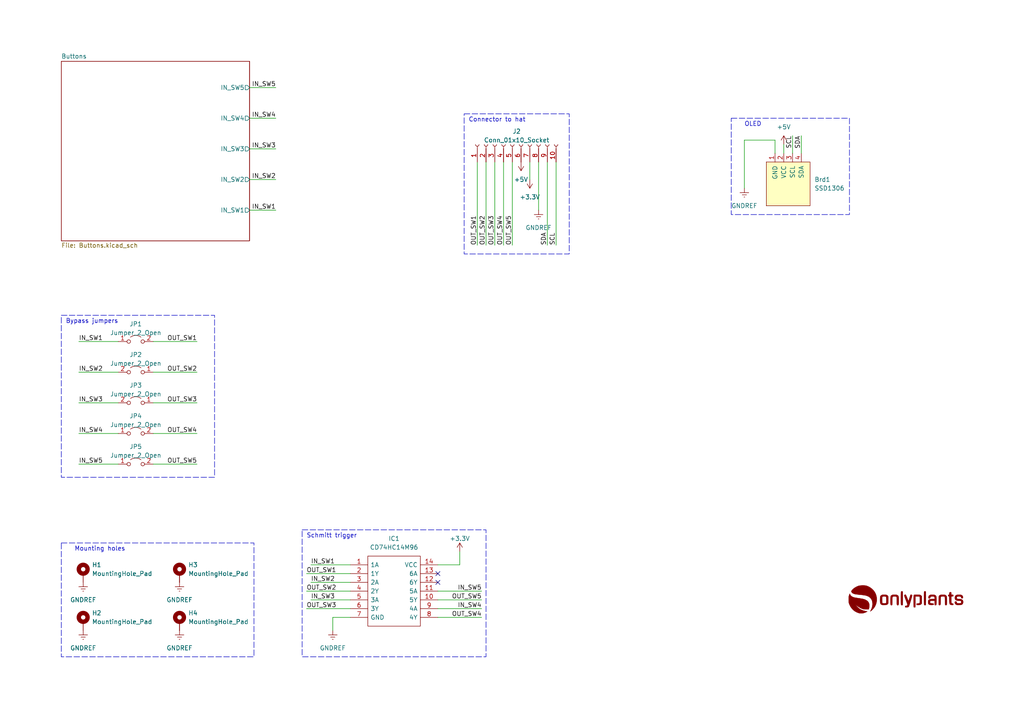
<source format=kicad_sch>
(kicad_sch (version 20230121) (generator eeschema)
  (paper "A4")
  (title_block (title "Greenhouse project FRDM-KL35Z screen") (date "13-03-2023") (rev "v3.0") (company "OnlyPlants") (comment 1 "Author: Emiel Visser"))
  (lib_symbols
    (symbol "+5V_1" (power) (pin_names (offset 0))
      (property "Value" "+5V_1" (at 0 3.556 0))
      (symbol "+5V_1_0_1"
        (polyline (pts (xy -0.762 1.27) (xy 0 2.54)))
        (polyline (pts (xy 0 0) (xy 0 2.54)))
        (polyline (pts (xy 0 2.54) (xy 0.762 1.27)))
      )
      (symbol "+5V_1_1_1"
        (pin power_in line (at 0 0 90) (length 0) hide (name "+5V") (number "1"))
      )
    )
    (symbol "Connector:Conn_01x10_Socket" (pin_names (offset 1.016) hide)
      (property "Reference" "J" (at 0 12.7 0))
      (property "Value" "Conn_01x10_Socket" (at 0 -15.24 0))
      (symbol "Conn_01x10_Socket_1_1"
        (arc (start 0 -12.192) (mid -0.5058 -12.7) (end 0 -13.208) (stroke (width 0.1524)))
        (arc (start 0 -9.652) (mid -0.5058 -10.16) (end 0 -10.668) (stroke (width 0.1524)))
        (arc (start 0 -7.112) (mid -0.5058 -7.62) (end 0 -8.128) (stroke (width 0.1524)))
        (arc (start 0 -4.572) (mid -0.5058 -5.08) (end 0 -5.588) (stroke (width 0.1524)))
        (arc (start 0 -2.032) (mid -0.5058 -2.54) (end 0 -3.048) (stroke (width 0.1524)))
        (polyline (pts (xy -1.27 -12.7) (xy -0.508 -12.7)) (stroke (width 0.1524)))
        (polyline (pts (xy -1.27 -10.16) (xy -0.508 -10.16)) (stroke (width 0.1524)))
        (polyline (pts (xy -1.27 -7.62) (xy -0.508 -7.62)) (stroke (width 0.1524)))
        (polyline (pts (xy -1.27 -5.08) (xy -0.508 -5.08)) (stroke (width 0.1524)))
        (polyline (pts (xy -1.27 -2.54) (xy -0.508 -2.54)) (stroke (width 0.1524)))
        (polyline (pts (xy -1.27 0) (xy -0.508 0)) (stroke (width 0.1524)))
        (polyline (pts (xy -1.27 2.54) (xy -0.508 2.54)) (stroke (width 0.1524)))
        (polyline (pts (xy -1.27 5.08) (xy -0.508 5.08)) (stroke (width 0.1524)))
        (polyline (pts (xy -1.27 7.62) (xy -0.508 7.62)) (stroke (width 0.1524)))
        (polyline (pts (xy -1.27 10.16) (xy -0.508 10.16)) (stroke (width 0.1524)))
        (arc (start 0 0.508) (mid -0.5058 0) (end 0 -0.508) (stroke (width 0.1524)))
        (arc (start 0 3.048) (mid -0.5058 2.54) (end 0 2.032) (stroke (width 0.1524)))
        (arc (start 0 5.588) (mid -0.5058 5.08) (end 0 4.572) (stroke (width 0.1524)))
        (arc (start 0 8.128) (mid -0.5058 7.62) (end 0 7.112) (stroke (width 0.1524)))
        (arc (start 0 10.668) (mid -0.5058 10.16) (end 0 9.652) (stroke (width 0.1524)))
        (pin passive line (at -5.08 10.16 0) (length 3.81) (name "Pin_1") (number "1"))
        (pin passive line (at -5.08 -12.7 0) (length 3.81) (name "Pin_10") (number "10"))
        (pin passive line (at -5.08 7.62 0) (length 3.81) (name "Pin_2") (number "2"))
        (pin passive line (at -5.08 5.08 0) (length 3.81) (name "Pin_3") (number "3"))
        (pin passive line (at -5.08 2.54 0) (length 3.81) (name "Pin_4") (number "4"))
        (pin passive line (at -5.08 0 0) (length 3.81) (name "Pin_5") (number "5"))
        (pin passive line (at -5.08 -2.54 0) (length 3.81) (name "Pin_6") (number "6"))
        (pin passive line (at -5.08 -5.08 0) (length 3.81) (name "Pin_7") (number "7"))
        (pin passive line (at -5.08 -7.62 0) (length 3.81) (name "Pin_8") (number "8"))
        (pin passive line (at -5.08 -10.16 0) (length 3.81) (name "Pin_9") (number "9"))
      )
    )
    (symbol "Jumper:Jumper_2_Open" (pin_names (offset 0) hide)
      (property "Reference" "JP" (at 0 2.794 0))
      (property "Value" "Jumper_2_Open" (at 0 -2.286 0))
      (symbol "Jumper_2_Open_0_0"
        (circle (center -2.032 0) (radius 0.508))
        (circle (center 2.032 0) (radius 0.508))
      )
      (symbol "Jumper_2_Open_0_1"
        (arc (start 1.524 1.27) (mid 0 1.778) (end -1.524 1.27))
      )
      (symbol "Jumper_2_Open_1_1"
        (pin passive line (at -5.08 0 0) (length 2.54) (name "A") (number "1"))
        (pin passive line (at 5.08 0 180) (length 2.54) (name "B") (number "2"))
      )
    )
    (symbol "Mechanical:MountingHole_Pad" (pin_numbers hide) (pin_names (offset 1.016) hide)
      (property "Reference" "H" (at 0 6.35 0))
      (property "Value" "MountingHole_Pad" (at 0 4.445 0))
      (symbol "MountingHole_Pad_0_1"
        (circle (center 0 1.27) (radius 1.27) (stroke (width 1.27)))
      )
      (symbol "MountingHole_Pad_1_1"
        (pin input line (at 0 -2.54 90) (length 2.54) (name "1") (number "1"))
      )
    )
    (symbol "SamacSys_Parts:CD74HC14M96" (pin_names (offset 0.762))
      (property "Reference" "IC" (at 21.59 7.62 0))
      (property "Value" "CD74HC14M96" (at 21.59 5.08 0))
      (symbol "CD74HC14M96_0_0"
        (pin passive line (at 0 0 0) (length 5.08) (name "1A") (number "1"))
        (pin passive line (at 25.4 -10.16 180) (length 5.08) (name "5Y") (number "10"))
        (pin passive line (at 25.4 -7.62 180) (length 5.08) (name "5A") (number "11"))
        (pin passive line (at 25.4 -5.08 180) (length 5.08) (name "6Y") (number "12"))
        (pin passive line (at 25.4 -2.54 180) (length 5.08) (name "6A") (number "13"))
        (pin passive line (at 25.4 0 180) (length 5.08) (name "VCC") (number "14"))
        (pin passive line (at 0 -2.54 0) (length 5.08) (name "1Y") (number "2"))
        (pin passive line (at 0 -5.08 0) (length 5.08) (name "2A") (number "3"))
        (pin passive line (at 0 -7.62 0) (length 5.08) (name "2Y") (number "4"))
        (pin passive line (at 0 -10.16 0) (length 5.08) (name "3A") (number "5"))
        (pin passive line (at 0 -12.7 0) (length 5.08) (name "3Y") (number "6"))
        (pin passive line (at 0 -15.24 0) (length 5.08) (name "GND") (number "7"))
        (pin passive line (at 25.4 -15.24 180) (length 5.08) (name "4Y") (number "8"))
        (pin passive line (at 25.4 -12.7 180) (length 5.08) (name "4A") (number "9"))
      )
      (symbol "CD74HC14M96_0_1"
        (polyline (pts (xy 5.08 2.54) (xy 20.32 2.54) (xy 20.32 -17.78) (xy 5.08 -17.78) (xy 5.08 2.54)) (stroke (width 0.1524)))
      )
    )
    (symbol "greenhouse_project_screen:LOGO" (pin_names (offset 1.016))
      (symbol "LOGO_0_0"
        (polyline (pts (xy -1.1013 -1.4783) (xy -1.0875 -1.4297) (xy -1.0734 -1.2917) (xy -1.0616 -1.0792) (xy -1.0521 -0.8055) (xy -1.0449 -0.484) (xy -1.0401 -0.128) (xy -1.0376 0.2491) (xy -1.0374 0.6339) (xy -1.0396 1.013) (xy -1.044 1.3731) (xy -1.0508 1.7009) (xy -1.06 1.9829) (xy -1.0714 2.2059) (xy -1.0852 2.3563) (xy -1.1013 2.421) (xy -1.1813 2.466) (xy -1.3175 2.4814) (xy -1.4507 2.453) (xy -1.5361 2.3845) (xy -1.5395 2.3759) (xy -1.5537 2.2767) (xy -1.5655 2.0833) (xy -1.575 1.8002) (xy -1.5818 1.4313) (xy -1.586 0.9809) (xy -1.5875 0.4533) (xy -1.5875 0.4181) (xy -1.587 -0.0578) (xy -1.5854 -0.4445) (xy -1.5822 -0.7518) (xy -1.5771 -0.9892) (xy -1.5698 -1.166) (xy -1.5597 -1.292) (xy -1.5466 -1.3766) (xy -1.53 -1.4294) (xy -1.5095 -1.4599) (xy -1.4854 -1.4801) (xy -1.3571 -1.5294) (xy -1.2124 -1.5296) (xy -1.1013 -1.4783)) (stroke (width 0.01)) (fill (type outline)))
        (polyline (pts (xy 5.596 -1.4783) (xy 5.6027 -1.4675) (xy 5.6179 -1.402) (xy 5.6302 -1.2771) (xy 5.6399 -1.0861) (xy 5.647 -0.8224) (xy 5.6519 -0.4793) (xy 5.6546 -0.0503) (xy 5.6555 0.4713) (xy 5.6554 0.6851) (xy 5.6538 1.17) (xy 5.6502 1.5649) (xy 5.6445 1.8764) (xy 5.6364 2.1111) (xy 5.6258 2.2757) (xy 5.6124 2.3768) (xy 5.596 2.421) (xy 5.5459 2.4518) (xy 5.4143 2.4778) (xy 5.2715 2.4675) (xy 5.1693 2.421) (xy 5.1633 2.4117) (xy 5.1479 2.3483) (xy 5.1354 2.2257) (xy 5.1256 2.037) (xy 5.1184 1.7757) (xy 5.1135 1.4352) (xy 5.1107 1.0088) (xy 5.1098 0.4897) (xy 5.1098 0.4023) (xy 5.1104 -0.0694) (xy 5.1121 -0.4528) (xy 5.1153 -0.7575) (xy 5.1204 -0.9929) (xy 5.1278 -1.1684) (xy 5.1379 -1.2933) (xy 5.151 -1.3773) (xy 5.1675 -1.4297) (xy 5.1878 -1.4599) (xy 5.2119 -1.4801) (xy 5.3402 -1.5294) (xy 5.4849 -1.5296) (xy 5.596 -1.4783)) (stroke (width 0.01)) (fill (type outline)))
        (polyline (pts (xy 13.4639 -1.4838) (xy 13.5546 -1.4679) (xy 13.5995 -1.4286) (xy 13.6242 -1.3566) (xy 13.6288 -1.3361) (xy 13.6243 -1.1881) (xy 13.537 -1.0935) (xy 13.3654 -1.0505) (xy 13.3354 -1.0474) (xy 13.198 -1.0203) (xy 13.1099 -0.9824) (xy 13.1044 -0.9766) (xy 13.0823 -0.9168) (xy 13.0661 -0.7964) (xy 13.0552 -0.6058) (xy 13.0492 -0.3354) (xy 13.0473 0.0246) (xy 13.0473 0.9796) (xy 13.3006 1.0039) (xy 13.3747 1.0128) (xy 13.5334 1.0568) (xy 13.6169 1.1374) (xy 13.6418 1.2675) (xy 13.6408 1.297) (xy 13.5973 1.4076) (xy 13.4824 1.4692) (xy 13.2854 1.4883) (xy 13.0473 1.4883) (xy 13.0473 1.8047) (xy 13.0472 1.8232) (xy 13.0326 2.0334) (xy 12.9846 2.1638) (xy 12.8925 2.2303) (xy 12.7453 2.249) (xy 12.719 2.2486) (xy 12.6016 2.2262) (xy 12.527 2.1574) (xy 12.4839 2.0247) (xy 12.4609 1.8106) (xy 12.4605 1.8034) (xy 12.4463 1.6323) (xy 12.4257 1.5375) (xy 12.3893 1.4969) (xy 12.3283 1.4883) (xy 12.2176 1.4626) (xy 12.1309 1.3643) (xy 12.1135 1.2061) (xy 12.1182 1.1749) (xy 12.1678 1.0777) (xy 12.2865 1.0204) (xy 12.4434 0.9741) (xy 12.4622 -0.0214) (xy 12.4691 -0.3336) (xy 12.4806 -0.6437) (xy 12.4985 -0.8787) (xy 12.526 -1.0517) (xy 12.5663 -1.1761) (xy 12.6226 -1.2651) (xy 12.6983 -1.3322) (xy 12.7965 -1.3906) (xy 12.9896 -1.4573) (xy 13.282 -1.4861) (xy 13.3019 -1.4862) (xy 13.4639 -1.4838)) (stroke (width 0.01)) (fill (type outline)))
        (polyline (pts (xy -10.3161 -3.2414) (xy -10.2419 -3.1929) (xy -10.0551 -3.0406) (xy -9.8426 -2.8377) (xy -9.625 -2.6054) (xy -9.4228 -2.365) (xy -9.2562 -2.1378) (xy -9.0919 -1.8669) (xy -8.839 -1.3124) (xy -8.6718 -0.7279) (xy -8.5908 -0.1261) (xy -8.5963 0.4803) (xy -8.6886 1.0786) (xy -8.8682 1.6563) (xy -9.1352 2.2006) (xy -9.1728 2.2624) (xy -9.5306 2.7485) (xy -9.9648 3.1861) (xy -10.4612 3.5642) (xy -11.0056 3.8716) (xy -11.5838 4.0975) (xy -11.7969 4.1449) (xy -12.1074 4.1806) (xy -12.4643 4.1971) (xy -12.8404 4.1948) (xy -13.2087 4.1739) (xy -13.5421 4.1345) (xy -13.8134 4.077) (xy -14.1526 3.9611) (xy -14.6303 3.7372) (xy -15.0784 3.4584) (xy -15.4738 3.1395) (xy -15.7936 2.7955) (xy -15.8263 2.753) (xy -15.9191 2.6148) (xy -15.957 2.5092) (xy -15.9524 2.4061) (xy -15.9485 2.3873) (xy -15.868 2.1878) (xy -15.7148 2.0212) (xy -15.4759 1.8727) (xy -15.3189 1.8017) (xy -15.1323 1.737) (xy -14.9122 1.6807) (xy -14.6455 1.6305) (xy -14.3191 1.5839) (xy -13.9199 1.5384) (xy -13.4346 1.4916) (xy -13.1853 1.4681) (xy -12.6456 1.4088) (xy -12.1888 1.3435) (xy -11.8032 1.2687) (xy -11.4771 1.181) (xy -11.199 1.0769) (xy -10.9572 0.953) (xy -10.74 0.8059) (xy -10.536 0.632) (xy -10.3104 0.3924) (xy -10.089 0.0611) (xy -9.9375 -0.3116) (xy -9.8504 -0.7397) (xy -9.8226 -1.2371) (xy -9.823 -1.2817) (xy -9.8788 -1.8123) (xy -10.0289 -2.3643) (xy -10.2721 -2.933) (xy -10.4731 -3.3327) (xy -10.3161 -3.2414)) (stroke (width 0.01)) (fill (type outline)))
        (polyline (pts (xy 0.2749 -2.1607) (xy 0.5261 -2.0834) (xy 0.7013 -1.954) (xy 0.714 -1.9328) (xy 0.7594 -1.823) (xy 0.8251 -1.6383) (xy 0.9068 -1.3927) (xy 1.0004 -1.1003) (xy 1.1015 -0.7752) (xy 1.2061 -0.4317) (xy 1.3098 -0.0837) (xy 1.4084 0.2545) (xy 1.4977 0.569) (xy 1.5735 0.8454) (xy 1.6315 1.0698) (xy 1.6675 1.228) (xy 1.6773 1.3059) (xy 1.6524 1.3676) (xy 1.5544 1.4586) (xy 1.4204 1.5143) (xy 1.2903 1.5132) (xy 1.278 1.5092) (xy 1.2507 1.4957) (xy 1.2246 1.4691) (xy 1.1958 1.4192) (xy 1.1607 1.3356) (xy 1.1155 1.2082) (xy 1.0565 1.0267) (xy 0.98 0.781) (xy 0.8823 0.4607) (xy 0.7596 0.0556) (xy 0.6188 -0.4097) (xy 0.2472 0.5216) (xy 0.2265 0.5734) (xy 0.1096 0.856) (xy 0.0004 1.1056) (xy -0.0941 1.3074) (xy -0.167 1.4465) (xy -0.2114 1.5078) (xy -0.2166 1.511) (xy -0.3107 1.5346) (xy -0.4296 1.4883) (xy -0.4702 1.465) (xy -0.5331 1.4225) (xy -0.576 1.3733) (xy -0.5968 1.3068) (xy -0.5937 1.212) (xy -0.5647 1.0783) (xy -0.5079 0.895) (xy -0.4214 0.6513) (xy -0.3032 0.3364) (xy -0.1514 -0.0604) (xy -0.0047 -0.4437) (xy 0.1101 -0.7469) (xy 0.1956 -0.9799) (xy 0.2552 -1.1537) (xy 0.2921 -1.2796) (xy 0.3096 -1.3687) (xy 0.311 -1.4322) (xy 0.2996 -1.4812) (xy 0.2785 -1.5269) (xy 0.1976 -1.6357) (xy 0.0538 -1.7116) (xy -0.1595 -1.7356) (xy -0.1869 -1.737) (xy -0.311 -1.7893) (xy -0.3688 -1.9022) (xy -0.3485 -2.0555) (xy -0.3175 -2.1202) (xy -0.2652 -2.1616) (xy -0.1683 -2.1791) (xy 0.0004 -2.1828) (xy 0.2749 -2.1607)) (stroke (width 0.01)) (fill (type outline)))
        (polyline (pts (xy 2.5698 -2.1233) (xy 2.5796 -2.1058) (xy 2.5959 -2.0278) (xy 2.6086 -1.8856) (xy 2.6181 -1.6724) (xy 2.6245 -1.381) (xy 2.6282 -1.0045) (xy 2.6293 -0.5358) (xy 2.6293 0.9922) (xy 3.2229 0.9922) (xy 3.3227 0.9921) (xy 3.5459 0.9893) (xy 3.6941 0.981) (xy 3.7852 0.9645) (xy 3.8371 0.9372) (xy 3.8678 0.8963) (xy 3.8774 0.8657) (xy 3.8942 0.7389) (xy 3.9075 0.5381) (xy 3.9161 0.2802) (xy 3.9192 -0.018) (xy 3.9185 -0.3265) (xy 3.9107 -0.5868) (xy 3.8865 -0.773) (xy 3.8368 -0.8982) (xy 3.7525 -0.9758) (xy 3.6243 -1.0188) (xy 3.4432 -1.0405) (xy 3.1998 -1.0541) (xy 2.9518 -1.0666) (xy 2.9518 -1.4635) (xy 3.3735 -1.479) (xy 3.503 -1.4821) (xy 3.7864 -1.4706) (xy 4.0021 -1.4258) (xy 4.1703 -1.3418) (xy 4.3114 -1.2131) (xy 4.4649 -1.0383) (xy 4.4649 1.0342) (xy 4.3308 1.1936) (xy 4.2552 1.2764) (xy 4.1565 1.3565) (xy 4.0386 1.4138) (xy 3.8856 1.4519) (xy 3.6813 1.4746) (xy 3.4099 1.4855) (xy 3.0554 1.4883) (xy 2.816 1.488) (xy 2.5787 1.4858) (xy 2.4134 1.4796) (xy 2.3044 1.4677) (xy 2.2364 1.4481) (xy 2.1937 1.4188) (xy 2.1608 1.378) (xy 2.1524 1.3646) (xy 2.1326 1.3146) (xy 2.1169 1.2372) (xy 2.1049 1.1219) (xy 2.096 0.9586) (xy 2.0899 0.7371) (xy 2.0861 0.447) (xy 2.0842 0.0782) (xy 2.0836 -0.3795) (xy 2.0838 -0.6359) (xy 2.0849 -1.0418) (xy 2.0876 -1.364) (xy 2.0922 -1.6126) (xy 2.0994 -1.7977) (xy 2.1094 -1.9293) (xy 2.1228 -2.0177) (xy 2.1401 -2.0728) (xy 2.1616 -2.1048) (xy 2.1857 -2.125) (xy 2.314 -2.1743) (xy 2.4587 -2.1745) (xy 2.5698 -2.1233)) (stroke (width 0.01)) (fill (type outline)))
        (polyline (pts (xy -2.4644 -1.5371) (xy -2.391 -1.5266) (xy -2.335 -1.4946) (xy -2.294 -1.4302) (xy -2.2656 -1.3221) (xy -2.2476 -1.1593) (xy -2.2376 -0.9307) (xy -2.2333 -0.625) (xy -2.2324 -0.2313) (xy -2.2329 0.0481) (xy -2.237 0.4011) (xy -2.248 0.6755) (xy -2.2688 0.8841) (xy -2.3026 1.0391) (xy -2.3525 1.1533) (xy -2.4217 1.239) (xy -2.5131 1.3089) (xy -2.6299 1.3754) (xy -2.7331 1.4242) (xy -2.8417 1.4574) (xy -2.9767 1.4769) (xy -3.1624 1.486) (xy -3.423 1.4883) (xy -3.6775 1.4862) (xy -3.865 1.4773) (xy -4.0011 1.4581) (xy -4.1101 1.4253) (xy -4.2161 1.3754) (xy -4.2956 1.3317) (xy -4.3954 1.2644) (xy -4.4719 1.1855) (xy -4.5281 1.0826) (xy -4.5672 0.9431) (xy -4.5922 0.7545) (xy -4.6062 0.5042) (xy -4.6123 0.1798) (xy -4.6136 -0.2313) (xy -4.6129 -0.5888) (xy -4.61 -0.8819) (xy -4.6041 -1.0996) (xy -4.5945 -1.2541) (xy -4.5804 -1.3574) (xy -4.5611 -1.422) (xy -4.5357 -1.4599) (xy -4.4677 -1.5056) (xy -4.3408 -1.5379) (xy -4.3266 -1.5378) (xy -4.2453 -1.5309) (xy -4.1831 -1.5049) (xy -4.1374 -1.4482) (xy -4.1056 -1.3494) (xy -4.0853 -1.1972) (xy -4.074 -0.98) (xy -4.069 -0.6864) (xy -4.0679 -0.3051) (xy -4.068 -0.185) (xy -4.0678 0.1811) (xy -4.0627 0.4624) (xy -4.0471 0.6699) (xy -4.0155 0.8149) (xy -3.9623 0.9085) (xy -3.882 0.9619) (xy -3.7691 0.9862) (xy -3.6179 0.9926) (xy -3.423 0.9922) (xy -3.3633 0.9923) (xy -3.1813 0.9919) (xy -3.0415 0.9816) (xy -2.9383 0.9503) (xy -2.8662 0.8867) (xy -2.8197 0.7797) (xy -2.7932 0.6182) (xy -2.7811 0.391) (xy -2.7779 0.087) (xy -2.7781 -0.3051) (xy -2.7781 -0.3693) (xy -2.7766 -0.7365) (xy -2.7708 -1.0177) (xy -2.7582 -1.2243) (xy -2.7364 -1.3676) (xy -2.7027 -1.4593) (xy -2.6546 -1.5105) (xy -2.5896 -1.5329) (xy -2.5052 -1.5379) (xy -2.4644 -1.5371)) (stroke (width 0.01)) (fill (type outline)))
        (polyline (pts (xy 11.6667 -1.4558) (xy 11.6797 -1.443) (xy 11.7063 -1.4038) (xy 11.726 -1.3431) (xy 11.74 -1.2479) (xy 11.7491 -1.1053) (xy 11.7544 -0.9024) (xy 11.7568 -0.6261) (xy 11.7575 -0.2635) (xy 11.7573 -0.1176) (xy 11.7548 0.2545) (xy 11.7468 0.5451) (xy 11.7306 0.7675) (xy 11.7035 0.935) (xy 11.6629 1.0608) (xy 11.6058 1.1581) (xy 11.5298 1.2403) (xy 11.4319 1.3205) (xy 11.3673 1.368) (xy 11.2888 1.4134) (xy 11.1983 1.4429) (xy 11.0739 1.4609) (xy 10.894 1.4718) (xy 10.6366 1.4799) (xy 10.3708 1.4849) (xy 10.1746 1.4815) (xy 10.0304 1.4672) (xy 9.9144 1.4396) (xy 9.8029 1.3964) (xy 9.6852 1.341) (xy 9.587 1.2799) (xy 9.5122 1.2043) (xy 9.4576 1.102) (xy 9.42 0.9608) (xy 9.3962 0.7689) (xy 9.3831 0.5139) (xy 9.3776 0.1839) (xy 9.3764 -0.2332) (xy 9.3766 -0.503) (xy 9.3781 -0.82) (xy 9.3819 -1.0581) (xy 9.3887 -1.2292) (xy 9.3993 -1.3454) (xy 9.4147 -1.4186) (xy 9.4357 -1.4609) (xy 9.463 -1.4843) (xy 9.5169 -1.5105) (xy 9.6829 -1.5296) (xy 9.8312 -1.4558) (xy 9.8399 -1.4475) (xy 9.8679 -1.4097) (xy 9.8887 -1.3519) (xy 9.9034 -1.2609) (xy 9.9131 -1.1236) (xy 9.9187 -0.9266) (xy 9.9213 -0.6568) (xy 9.9219 -0.301) (xy 9.9218 -0.185) (xy 9.922 0.1814) (xy 9.9271 0.4627) (xy 9.9427 0.6703) (xy 9.9744 0.8152) (xy 10.028 0.9088) (xy 10.1089 0.962) (xy 10.2228 0.9863) (xy 10.3754 0.9926) (xy 10.5722 0.9922) (xy 11.068 0.9922) (xy 11.1399 0.8202) (xy 11.1556 0.7746) (xy 11.1778 0.6643) (xy 11.1937 0.5049) (xy 11.2042 0.2838) (xy 11.21 -0.0115) (xy 11.2117 -0.3935) (xy 11.2118 -0.5552) (xy 11.213 -0.8642) (xy 11.2164 -1.0927) (xy 11.2232 -1.2538) (xy 11.2346 -1.3606) (xy 11.2517 -1.4263) (xy 11.2757 -1.4639) (xy 11.3077 -1.4865) (xy 11.3576 -1.5099) (xy 11.5215 -1.5312) (xy 11.6667 -1.4558)) (stroke (width 0.01)) (fill (type outline)))
        (polyline (pts (xy -12.5321 -3.8532) (xy -12.0392 -3.715) (xy -11.5778 -3.4958) (xy -11.3357 -3.353) (xy -11.559 -3.3135) (xy -12.0314 -3.2194) (xy -12.5235 -3.0897) (xy -12.9488 -2.9348) (xy -13.3244 -2.7472) (xy -13.6678 -2.5193) (xy -13.9961 -2.2434) (xy -14.1302 -2.112) (xy -14.2889 -1.9415) (xy -14.439 -1.767) (xy -14.5651 -1.6072) (xy -14.652 -1.4806) (xy -14.6843 -1.4059) (xy -14.6695 -1.4056) (xy -14.602 -1.4535) (xy -14.4983 -1.5456) (xy -14.3615 -1.6692) (xy -13.8838 -2.0267) (xy -13.3201 -2.3511) (xy -13.2443 -2.3891) (xy -12.9169 -2.5383) (xy -12.6194 -2.6418) (xy -12.3196 -2.7069) (xy -11.9859 -2.741) (xy -11.5862 -2.7516) (xy -10.9437 -2.7533) (xy -10.8779 -2.5301) (xy -10.8184 -2.2976) (xy -10.7579 -1.9301) (xy -10.7402 -1.5871) (xy -10.7681 -1.2997) (xy -10.8059 -1.14) (xy -10.9368 -0.7889) (xy -11.1284 -0.4986) (xy -11.3933 -0.2528) (xy -11.7442 -0.0351) (xy -11.7977 -0.0076) (xy -11.988 0.0805) (xy -12.1927 0.1573) (xy -12.4256 0.2265) (xy -12.701 0.2913) (xy -13.0329 0.3553) (xy -13.4354 0.4219) (xy -13.9225 0.4944) (xy -13.9838 0.5033) (xy -14.3177 0.5546) (xy -14.6355 0.6079) (xy -14.9167 0.6594) (xy -15.1406 0.7055) (xy -15.2868 0.7424) (xy -15.5049 0.8211) (xy -15.8219 0.9841) (xy -16.077 1.18) (xy -16.2579 1.3984) (xy -16.3521 1.6289) (xy -16.3541 1.6387) (xy -16.3858 1.743) (xy -16.4181 1.786) (xy -16.4304 1.7737) (xy -16.4723 1.6889) (xy -16.5311 1.5414) (xy -16.5979 1.3519) (xy -16.6309 1.2518) (xy -16.676 1.1017) (xy -16.7069 0.9648) (xy -16.7263 0.8185) (xy -16.7365 0.6405) (xy -16.7403 0.4082) (xy -16.7401 0.0992) (xy -16.7396 -0.0272) (xy -16.7362 -0.3075) (xy -16.7284 -0.5188) (xy -16.7134 -0.6833) (xy -16.6889 -0.8229) (xy -16.6521 -0.9599) (xy -16.6008 -1.1162) (xy -16.4824 -1.4247) (xy -16.19 -1.9964) (xy -15.8267 -2.5071) (xy -15.399 -2.9509) (xy -14.913 -3.3218) (xy -14.3751 -3.6137) (xy -13.7914 -3.8206) (xy -13.5334 -3.8753) (xy -13.0369 -3.9076) (xy -12.5321 -3.8532)) (stroke (width 0.01)) (fill (type outline)))
        (polyline (pts (xy -6.3707 -1.4781) (xy -6.1096 -1.4712) (xy -5.9197 -1.4619) (xy -5.7885 -1.4464) (xy -5.6952 -1.4209) (xy -5.6194 -1.3817) (xy -5.5404 -1.325) (xy -5.4585 -1.2606) (xy -5.3774 -1.1842) (xy -5.3186 -1.0997) (xy -5.2785 -0.992) (xy -5.2535 -0.8458) (xy -5.2402 -0.646) (xy -5.2348 -0.3774) (xy -5.2338 -0.0248) (xy -5.2349 0.2524) (xy -5.2422 0.569) (xy -5.2601 0.8103) (xy -5.2927 0.9903) (xy -5.3443 1.123) (xy -5.419 1.2223) (xy -5.5211 1.3022) (xy -5.6547 1.3767) (xy -5.7336 1.4137) (xy -5.848 1.452) (xy -5.9841 1.4746) (xy -6.1676 1.4855) (xy -6.4244 1.4883) (xy -6.6089 1.4871) (xy -6.8129 1.4792) (xy -6.9612 1.4607) (xy -7.0796 1.4277) (xy -7.1941 1.3767) (xy -7.3409 1.2902) (xy -7.4524 1.1873) (xy -7.5301 1.0536) (xy -7.581 0.8719) (xy -7.6119 0.6254) (xy -7.6297 0.2969) (xy -7.6359 0.0089) (xy -7.0437 0.0089) (xy -7.0433 0.2327) (xy -7.0397 0.4895) (xy -7.0315 0.6715) (xy -7.0174 0.7933) (xy -6.9961 0.8693) (xy -6.9665 0.9143) (xy -6.9022 0.9479) (xy -6.7529 0.9791) (xy -6.5566 0.9955) (xy -6.3424 0.9973) (xy -6.1393 0.9843) (xy -5.9762 0.9566) (xy -5.8822 0.9143) (xy -5.8676 0.8892) (xy -5.8401 0.7715) (xy -5.8193 0.5847) (xy -5.8053 0.3497) (xy -5.7982 0.0871) (xy -5.7982 -0.1824) (xy -5.8054 -0.4382) (xy -5.8199 -0.6595) (xy -5.8418 -0.8257) (xy -5.8713 -0.916) (xy -5.9032 -0.9492) (xy -5.9833 -0.9872) (xy -6.1183 -1.0106) (xy -6.3302 -1.0246) (xy -6.4393 -1.0277) (xy -6.7125 -1.0139) (xy -6.8994 -0.9644) (xy -7.0051 -0.8781) (xy -7.0142 -0.8396) (xy -7.0258 -0.7127) (xy -7.0351 -0.5171) (xy -7.0413 -0.2706) (xy -7.0437 0.0089) (xy -7.6359 0.0089) (xy -7.6388 -0.1278) (xy -7.6297 -0.4889) (xy -7.5985 -0.7749) (xy -7.5422 -0.9972) (xy -7.458 -1.1675) (xy -7.3427 -1.2974) (xy -7.1933 -1.3986) (xy -7.1749 -1.4083) (xy -7.0885 -1.4445) (xy -6.9855 -1.4676) (xy -6.8453 -1.4796) (xy -6.6472 -1.4824) (xy -6.3707 -1.4781)) (stroke (width 0.01)) (fill (type outline)))
        (polyline (pts (xy 8.5371 -1.5214) (xy 8.6533 -1.4599) (xy 8.6778 -1.424) (xy 8.6973 -1.3608) (xy 8.7116 -1.2594) (xy 8.7214 -1.1074) (xy 8.7274 -0.8929) (xy 8.7304 -0.6035) (xy 8.7313 -0.227) (xy 8.7313 -0.2063) (xy 8.7309 0.1577) (xy 8.7289 0.4367) (xy 8.7242 0.6445) (xy 8.7156 0.7947) (xy 8.7021 0.9009) (xy 8.6823 0.9768) (xy 8.6552 1.0359) (xy 8.6197 1.0919) (xy 8.5385 1.2042) (xy 8.4311 1.318) (xy 8.3087 1.3942) (xy 8.15 1.441) (xy 7.9343 1.4669) (xy 7.6404 1.48) (xy 7.4071 1.4848) (xy 7.2062 1.4821) (xy 7.0588 1.4682) (xy 6.9404 1.4405) (xy 6.8266 1.3965) (xy 6.7662 1.3673) (xy 6.562 1.2106) (xy 6.4403 0.9989) (xy 6.3998 0.7305) (xy 6.4003 0.6725) (xy 6.4124 0.5505) (xy 6.4526 0.4842) (xy 6.5361 0.4408) (xy 6.6116 0.4197) (xy 6.7674 0.4367) (xy 6.885 0.5378) (xy 6.9502 0.7137) (xy 6.9559 0.7442) (xy 6.9976 0.8726) (xy 7.05 0.947) (xy 7.0754 0.9564) (xy 7.1905 0.9741) (xy 7.3658 0.9866) (xy 7.575 0.9915) (xy 7.7407 0.9908) (xy 7.9015 0.9842) (xy 8.0015 0.9669) (xy 8.063 0.9344) (xy 8.1083 0.882) (xy 8.1239 0.8555) (xy 8.1688 0.7066) (xy 8.1856 0.5099) (xy 8.1856 0.2481) (xy 7.5531 0.247) (xy 7.2005 0.237) (xy 6.8856 0.1993) (xy 6.6495 0.1269) (xy 6.4826 0.0132) (xy 6.3752 -0.1488) (xy 6.3178 -0.3659) (xy 6.3008 -0.6449) (xy 6.3016 -0.7105) (xy 6.3309 -0.9842) (xy 6.4089 -1.1904) (xy 6.5444 -1.336) (xy 6.7466 -1.4278) (xy 7.0243 -1.4728) (xy 7.3866 -1.4779) (xy 7.4102 -1.4771) (xy 7.6564 -1.4621) (xy 7.8176 -1.4322) (xy 7.9068 -1.38) (xy 7.9369 -1.2985) (xy 7.9208 -1.1804) (xy 7.9205 -1.1793) (xy 7.9002 -1.1206) (xy 7.8615 -1.0826) (xy 7.7842 -1.0589) (xy 7.6483 -1.0433) (xy 7.4333 -1.0296) (xy 7.2154 -1.0138) (xy 7.0599 -0.9916) (xy 6.9653 -0.9598) (xy 6.9117 -0.914) (xy 6.8797 -0.8531) (xy 6.8492 -0.6875) (xy 6.8641 -0.5065) (xy 6.9233 -0.3583) (xy 6.9455 -0.3291) (xy 6.9898 -0.2916) (xy 7.0578 -0.2679) (xy 7.1684 -0.2548) (xy 7.3406 -0.2492) (xy 7.5931 -0.248) (xy 8.1856 -0.248) (xy 8.1856 -0.8334) (xy 8.186 -0.9287) (xy 8.1947 -1.2095) (xy 8.2144 -1.3929) (xy 8.2451 -1.4783) (xy 8.2675 -1.4964) (xy 8.3919 -1.5343) (xy 8.5371 -1.5214)) (stroke (width 0.01)) (fill (type outline)))
        (polyline (pts (xy 15.2836 -1.477) (xy 15.5198 -1.4715) (xy 15.7273 -1.4626) (xy 15.8728 -1.4482) (xy 15.9765 -1.425) (xy 16.0586 -1.3899) (xy 16.1394 -1.3394) (xy 16.1968 -1.296) (xy 16.36 -1.0957) (xy 16.4486 -0.8348) (xy 16.4599 -0.5201) (xy 16.4484 -0.4209) (xy 16.3784 -0.1861) (xy 16.2417 -0.008) (xy 16.0228 0.1365) (xy 15.9897 0.1529) (xy 15.8684 0.2013) (xy 15.7339 0.2302) (xy 15.5573 0.2444) (xy 15.3103 0.2481) (xy 15.1763 0.2492) (xy 14.9423 0.2625) (xy 14.7858 0.2971) (xy 14.6921 0.3608) (xy 14.6467 0.4612) (xy 14.6348 0.6063) (xy 14.6367 0.7098) (xy 14.6552 0.8399) (xy 14.7072 0.9225) (xy 14.8091 0.9683) (xy 14.9774 0.988) (xy 15.2283 0.9922) (xy 15.2459 0.9922) (xy 15.5104 0.9848) (xy 15.6913 0.9598) (xy 15.8028 0.9112) (xy 15.8594 0.8331) (xy 15.875 0.7194) (xy 15.9043 0.5959) (xy 16.0083 0.4874) (xy 16.1663 0.4465) (xy 16.1934 0.4471) (xy 16.3263 0.4839) (xy 16.3987 0.5862) (xy 16.4205 0.7665) (xy 16.4201 0.7922) (xy 16.3647 1.0392) (xy 16.2247 1.2441) (xy 16.0104 1.3909) (xy 15.982 1.4027) (xy 15.7803 1.4538) (xy 15.5192 1.4839) (xy 15.2299 1.4931) (xy 14.9438 1.4811) (xy 14.692 1.4481) (xy 14.5059 1.3938) (xy 14.314 1.2805) (xy 14.1706 1.1179) (xy 14.0914 0.9003) (xy 14.067 0.6112) (xy 14.0678 0.5254) (xy 14.08 0.3416) (xy 14.1119 0.2145) (xy 14.1701 0.1134) (xy 14.2098 0.0627) (xy 14.3249 -0.0519) (xy 14.4623 -0.1332) (xy 14.6411 -0.188) (xy 14.8806 -0.2229) (xy 15.1998 -0.2445) (xy 15.2038 -0.2447) (xy 15.4547 -0.2572) (xy 15.6251 -0.2698) (xy 15.7332 -0.2871) (xy 15.7973 -0.3137) (xy 15.8358 -0.3543) (xy 15.8669 -0.4135) (xy 15.8907 -0.4781) (xy 15.9081 -0.6551) (xy 15.8731 -0.8266) (xy 15.7917 -0.95) (xy 15.6966 -0.9876) (xy 15.5157 -1.0097) (xy 15.2429 -1.017) (xy 15.0494 -1.0157) (xy 14.8942 -1.008) (xy 14.7961 -0.9894) (xy 14.7323 -0.9549) (xy 14.68 -0.8999) (xy 14.6158 -0.7916) (xy 14.5852 -0.6741) (xy 14.5677 -0.5743) (xy 14.4778 -0.4786) (xy 14.3123 -0.4465) (xy 14.2987 -0.4466) (xy 14.1471 -0.4777) (xy 14.0645 -0.5719) (xy 14.0396 -0.7416) (xy 14.0835 -0.9863) (xy 14.2123 -1.2095) (xy 14.4116 -1.3771) (xy 14.4846 -1.4163) (xy 14.5702 -1.4497) (xy 14.6721 -1.4701) (xy 14.8112 -1.4798) (xy 15.0082 -1.4814) (xy 15.2836 -1.477)) (stroke (width 0.01)) (fill (type outline)))
      )
    )
    (symbol "power:+3.3V" (power) (pin_names (offset 0))
      (property "Value" "+3.3V" (at 0 3.556 0))
      (symbol "+3.3V_0_1"
        (polyline (pts (xy -0.762 1.27) (xy 0 2.54)))
        (polyline (pts (xy 0 0) (xy 0 2.54)))
        (polyline (pts (xy 0 2.54) (xy 0.762 1.27)))
      )
      (symbol "+3.3V_1_1"
        (pin power_in line (at 0 0 90) (length 0) hide (name "+3.3V") (number "1"))
      )
    )
    (symbol "power:+5V" (power) (pin_names (offset 0))
      (property "Value" "+5V" (at 0 3.556 0))
      (symbol "+5V_0_1"
        (polyline (pts (xy -0.762 1.27) (xy 0 2.54)))
        (polyline (pts (xy 0 0) (xy 0 2.54)))
        (polyline (pts (xy 0 2.54) (xy 0.762 1.27)))
      )
      (symbol "+5V_1_1"
        (pin power_in line (at 0 0 90) (length 0) hide (name "+5V") (number "1"))
      )
    )
    (symbol "power:GNDREF" (power) (pin_names (offset 0))
      (property "Value" "GNDREF" (at 0 -3.81 0))
      (symbol "GNDREF_0_1"
        (polyline (pts (xy -0.635 -1.905) (xy 0.635 -1.905)))
        (polyline (pts (xy -0.127 -2.54) (xy 0.127 -2.54)))
        (polyline (pts (xy 0 -1.27) (xy 0 0)))
        (polyline (pts (xy 1.27 -1.27) (xy -1.27 -1.27)))
      )
      (symbol "GNDREF_1_1"
        (pin power_in line (at 0 0 270) (length 0) hide (name "GNDREF") (number "1"))
      )
    )
    (symbol "ssd1306:SSD1306" (pin_names (offset 1.016))
      (property "Reference" "Brd" (at 0 -3.81 0))
      (property "Value" "SSD1306" (at 0 -1.27 0))
      (symbol "SSD1306_0_1"
        (rectangle (start -6.35 6.35) (end 6.35 -6.35) (fill (type background)))
      )
      (symbol "SSD1306_1_1"
        (pin input line (at -3.81 8.89 270) (length 2.54) (name "GND") (number "1"))
        (pin input line (at -1.27 8.89 270) (length 2.54) (name "VCC") (number "2"))
        (pin input line (at 1.27 8.89 270) (length 2.54) (name "SCL") (number "3"))
        (pin input line (at 3.81 8.89 270) (length 2.54) (name "SDA") (number "4"))
      )
    )
  )
  (no_connect (at 127 168.91))
  (no_connect (at 127 166.37))
  (wire (pts (xy 44.45 99.06) (xy 57.15 99.06)))
  (wire (pts (xy 72.39 52.07) (xy 80.01 52.07)))
  (wire (pts (xy 72.39 43.18) (xy 80.01 43.18)))
  (wire (pts (xy 140.97 46.99) (xy 140.97 71.12)))
  (wire (pts (xy 227.33 41.91) (xy 227.33 44.45)))
  (wire (pts (xy 232.41 39.37) (xy 232.41 44.45)))
  (wire (pts (xy 90.17 168.91) (xy 101.6 168.91)))
  (wire (pts (xy 88.9 166.37) (xy 101.6 166.37)))
  (wire (pts (xy 224.79 40.64) (xy 224.79 44.45)))
  (wire (pts (xy 88.9 176.53) (xy 101.6 176.53)))
  (wire (pts (xy 156.21 46.99) (xy 156.21 60.96)))
  (wire (pts (xy 143.51 46.99) (xy 143.51 71.12)))
  (wire (pts (xy 127 179.07) (xy 139.7 179.07)))
  (wire (pts (xy 44.45 107.95) (xy 57.15 107.95)))
  (wire (pts (xy 22.86 116.84) (xy 34.29 116.84)))
  (wire (pts (xy 133.35 163.83) (xy 127 163.83)))
  (wire (pts (xy 90.17 173.99) (xy 101.6 173.99)))
  (wire (pts (xy 161.29 46.99) (xy 161.29 71.12)))
  (wire (pts (xy 229.87 39.37) (xy 229.87 44.45)))
  (wire (pts (xy 127 171.45) (xy 139.7 171.45)))
  (wire (pts (xy 127 176.53) (xy 139.7 176.53)))
  (wire (pts (xy 44.45 116.84) (xy 57.15 116.84)))
  (wire (pts (xy 88.9 171.45) (xy 101.6 171.45)))
  (wire (pts (xy 44.45 134.62) (xy 57.15 134.62)))
  (wire (pts (xy 127 173.99) (xy 139.7 173.99)))
  (wire (pts (xy 153.67 46.99) (xy 153.67 52.07)))
  (wire (pts (xy 22.86 134.62) (xy 34.29 134.62)))
  (wire (pts (xy 133.35 160.02) (xy 133.35 163.83)))
  (wire (pts (xy 138.43 46.99) (xy 138.43 71.12)))
  (wire (pts (xy 146.05 46.99) (xy 146.05 71.12)))
  (wire (pts (xy 96.52 182.88) (xy 96.52 179.07)))
  (wire (pts (xy 72.39 25.4) (xy 80.01 25.4)))
  (wire (pts (xy 148.59 46.99) (xy 148.59 71.12)))
  (wire (pts (xy 22.86 125.73) (xy 34.29 125.73)))
  (wire (pts (xy 22.86 107.95) (xy 34.29 107.95)))
  (wire (pts (xy 22.86 99.06) (xy 34.29 99.06)))
  (wire (pts (xy 158.75 46.99) (xy 158.75 71.12)))
  (wire (pts (xy 96.52 179.07) (xy 101.6 179.07)))
  (wire (pts (xy 215.9 54.61) (xy 215.9 40.64)))
  (wire (pts (xy 72.39 34.29) (xy 80.01 34.29)))
  (wire (pts (xy 215.9 40.64) (xy 224.79 40.64)))
  (wire (pts (xy 90.17 163.83) (xy 101.6 163.83)))
  (wire (pts (xy 44.45 125.73) (xy 57.15 125.73)))
  (wire (pts (xy 72.39 60.96) (xy 80.01 60.96)))
  (rectangle (start 212.09 34.29) (end 246.38 62.23) (stroke (width 0) (type dash)))
  (rectangle (start 17.78 157.48) (end 73.66 190.5) (stroke (width 0) (type dash)))
  (rectangle (start 17.78 91.44) (end 62.23 138.43) (stroke (width 0) (type dash)))
  (rectangle (start 87.63 153.67) (end 140.97 190.5) (stroke (width 0) (type dash)))
  (rectangle (start 134.62 33.02) (end 165.1 73.66) (stroke (width 0) (type dash)))
  (text "OLED" (at 215.9 36.83 0) (effects (font (size 1.27 1.27)) (justify left bottom)))
  (text "Connector to hat" (at 135.89 35.56 0) (effects (font (size 1.27 1.27)) (justify left bottom)))
  (text "Mounting holes" (at 21.59 160.02 0) (effects (font (size 1.27 1.27)) (justify left bottom)))
  (text "Schmitt trigger" (at 88.9 156.21 0) (effects (font (size 1.27 1.27)) (justify left bottom)))
  (text "Bypass jumpers" (at 19.05 93.98 0) (effects (font (size 1.27 1.27)) (justify left bottom)))
  (label "OUT_SW5" (at 139.7 173.99 180))
  (label "IN_SW2" (at 22.86 107.95 0))
  (label "OUT_SW2" (at 57.15 107.95 180))
  (label "SDA" (at 232.41 39.37 270))
  (label "IN_SW3" (at 90.17 173.99 0))
  (label "IN_SW5" (at 22.86 134.62 0))
  (label "IN_SW1" (at 80.01 60.96 180))
  (label "OUT_SW2" (at 88.9 171.45 0))
  (label "OUT_SW1" (at 88.9 166.37 0))
  (label "OUT_SW4" (at 139.7 179.07 180))
  (label "SDA" (at 158.75 71.12 90))
  (label "SCL" (at 229.87 39.37 270))
  (label "IN_SW4" (at 22.86 125.73 0))
  (label "IN_SW3" (at 80.01 43.18 180))
  (label "IN_SW1" (at 90.17 163.83 0))
  (label "OUT_SW4" (at 146.05 71.12 90))
  (label "SCL" (at 161.29 71.12 90))
  (label "OUT_SW1" (at 57.15 99.06 180))
  (label "IN_SW4" (at 139.7 176.53 180))
  (label "IN_SW4" (at 80.01 34.29 180))
  (label "IN_SW1" (at 22.86 99.06 0))
  (label "OUT_SW3" (at 57.15 116.84 180))
  (label "OUT_SW5" (at 57.15 134.62 180))
  (label "OUT_SW5" (at 148.59 71.12 90))
  (label "OUT_SW3" (at 143.51 71.12 90))
  (label "IN_SW5" (at 80.01 25.4 180))
  (label "OUT_SW1" (at 138.43 71.12 90))
  (label "OUT_SW4" (at 57.15 125.73 180))
  (label "IN_SW3" (at 22.86 116.84 0))
  (label "IN_SW2" (at 80.01 52.07 180))
  (label "IN_SW2" (at 90.17 168.91 0))
  (label "OUT_SW3" (at 88.9 176.53 0))
  (label "IN_SW5" (at 139.7 171.45 180))
  (label "OUT_SW2" (at 140.97 71.12 90))
  (symbol (lib_id "power:GNDREF") (at 52.07 182.88 0) (unit 1)
    (property "Reference" "#PWR0113" (effects hide))
    (property "Value" "GNDREF" (at 52.07 187.96 0))
  )
  (symbol (lib_id "power:GNDREF") (at 96.52 182.88 0) (unit 1)
    (property "Reference" "#PWR016" (effects hide))
    (property "Value" "GNDREF" (at 96.52 187.96 0))
  )
  (symbol (lib_id "Connector:Conn_01x10_Socket") (at 148.59 41.91 90) (unit 1)
    (property "Reference" "J2" (at 149.86 38.1 90))
    (property "Value" "Conn_01x10_Socket" (at 149.86 40.64 90))
    (property "Footprint" "Connector_IDC:IDC-Header_2x05_P2.54mm_Vertical" (effects hide))
  )
  (symbol (lib_id "Jumper:Jumper_2_Open") (at 39.37 134.62 0) (unit 1)
    (property "Reference" "JP5" (at 39.37 129.54 0))
    (property "Value" "Jumper_2_Open" (at 39.37 132.08 0))
    (property "Footprint" "Jumper:SolderJumper-2_P1.3mm_Open_RoundedPad1.0x1.5mm" (effects hide))
  )
  (symbol (lib_id "Jumper:Jumper_2_Open") (at 39.37 125.73 0) (unit 1)
    (property "Reference" "JP4" (at 39.37 120.65 0))
    (property "Value" "Jumper_2_Open" (at 39.37 123.19 0))
    (property "Footprint" "Jumper:SolderJumper-2_P1.3mm_Open_RoundedPad1.0x1.5mm" (effects hide))
  )
  (symbol (lib_id "power:+3.3V") (at 133.35 160.02 0) (unit 1)
    (property "Reference" "#PWR029" (effects hide))
    (property "Value" "+3.3V" (at 133.35 156.21 0))
  )
  (symbol (lib_id "Mechanical:MountingHole_Pad") (at 52.07 166.37 0) (unit 1)
    (property "Reference" "H3" (at 54.61 163.8299 0) (effects (justify left)))
    (property "Value" "MountingHole_Pad" (at 54.61 166.3699 0) (effects (justify left)))
    (property "Footprint" "MountingHole:MountingHole_3.2mm_M3_Pad_Via" (effects hide))
  )
  (symbol (lib_id "power:+3.3V") (at 153.67 52.07 180) (unit 1)
    (property "Reference" "#PWR021" (effects hide))
    (property "Value" "+3.3V" (at 153.67 57.15 0))
  )
  (symbol (lib_name "+5V_1") (lib_id "power:+5V") (at 151.13 46.99 180) (unit 1)
    (property "Reference" "#PWR020" (effects hide))
    (property "Value" "+5V" (at 151.13 52.07 0))
  )
  (symbol (lib_id "power:GNDREF") (at 215.9 54.61 0) (unit 1)
    (property "Reference" "#PWR018" (effects hide))
    (property "Value" "GNDREF" (at 215.9 59.69 0))
  )
  (symbol (lib_id "Jumper:Jumper_2_Open") (at 39.37 99.06 0) (unit 1)
    (property "Reference" "JP1" (at 39.37 93.98 0))
    (property "Value" "Jumper_2_Open" (at 39.37 96.52 0))
    (property "Footprint" "Jumper:SolderJumper-2_P1.3mm_Open_RoundedPad1.0x1.5mm" (effects hide))
  )
  (symbol (lib_id "power:GNDREF") (at 156.21 60.96 0) (unit 1)
    (property "Reference" "#PWR017" (effects hide))
    (property "Value" "GNDREF" (at 156.21 66.04 0))
  )
  (symbol (lib_id "greenhouse_project_screen:LOGO") (at 262.89 173.99 0) (unit 1)
    (property "Reference" "#G1" (effects hide))
    (property "Value" "LOGO" (effects hide))
  )
  (symbol (lib_id "Jumper:Jumper_2_Open") (at 39.37 116.84 0) (mirror y) (unit 1)
    (property "Reference" "JP3" (at 39.37 111.76 0))
    (property "Value" "Jumper_2_Open" (at 39.37 114.3 0))
    (property "Footprint" "Jumper:SolderJumper-2_P1.3mm_Open_RoundedPad1.0x1.5mm" (effects hide))
  )
  (symbol (lib_id "power:GNDREF") (at 24.13 168.91 0) (unit 1)
    (property "Reference" "#PWR0110" (effects hide))
    (property "Value" "GNDREF" (at 24.13 173.99 0))
  )
  (symbol (lib_id "power:+5V") (at 227.33 41.91 0) (unit 1)
    (property "Reference" "#PWR019" (effects hide))
    (property "Value" "+5V" (at 227.33 36.83 0))
  )
  (symbol (lib_id "Mechanical:MountingHole_Pad") (at 24.13 180.34 0) (unit 1)
    (property "Reference" "H2" (at 26.67 177.7999 0) (effects (justify left)))
    (property "Value" "MountingHole_Pad" (at 26.67 180.3399 0) (effects (justify left)))
    (property "Footprint" "MountingHole:MountingHole_3.2mm_M3_Pad_Via" (effects hide))
  )
  (symbol (lib_id "power:GNDREF") (at 52.07 168.91 0) (unit 1)
    (property "Reference" "#PWR0112" (effects hide))
    (property "Value" "GNDREF" (at 52.07 173.99 0))
  )
  (symbol (lib_id "Mechanical:MountingHole_Pad") (at 52.07 180.34 0) (unit 1)
    (property "Reference" "H4" (at 54.61 177.7999 0) (effects (justify left)))
    (property "Value" "MountingHole_Pad" (at 54.61 180.3399 0) (effects (justify left)))
    (property "Footprint" "MountingHole:MountingHole_3.2mm_M3_Pad_Via" (effects hide))
  )
  (symbol (lib_id "Mechanical:MountingHole_Pad") (at 24.13 166.37 0) (unit 1)
    (property "Reference" "H1" (at 26.67 163.8299 0) (effects (justify left)))
    (property "Value" "MountingHole_Pad" (at 26.67 166.3699 0) (effects (justify left)))
    (property "Footprint" "MountingHole:MountingHole_3.2mm_M3_Pad_Via" (effects hide))
  )
  (symbol (lib_id "Jumper:Jumper_2_Open") (at 39.37 107.95 0) (mirror y) (unit 1)
    (property "Reference" "JP2" (at 39.37 102.87 0))
    (property "Value" "Jumper_2_Open" (at 39.37 105.41 0))
    (property "Footprint" "Jumper:SolderJumper-2_P1.3mm_Open_RoundedPad1.0x1.5mm" (effects hide))
  )
  (symbol (lib_id "SamacSys_Parts:CD74HC14M96") (at 101.6 163.83 0) (unit 1)
    (property "Reference" "IC1" (at 114.3 156.21 0))
    (property "Value" "CD74HC14M96" (at 114.3 158.75 0))
    (property "Footprint" "Package_SO:SOIC-14_3.9x8.7mm_P1.27mm" (effects hide))
    (property "Datasheet" "http://www.ti.com/lit/gpn/cd74hc14" (effects hide))
    (property "Description" "High Speed CMOS Logic Hex Schmitt-Triggered Inverters" (effects hide))
    (property "Height" "1.75" (effects hide))
    (property "Manufacturer_Name" "Texas Instruments" (effects hide))
    (property "Manufacturer_Part_Number" "CD74HC14M96" (effects hide))
    (property "Mouser Part Number" "595-CD74HC14M96" (effects hide))
    (property "Mouser Price/Stock" "https://www.mouser.co.uk/ProductDetail/Texas-Instruments/CD74HC14M96?qs=OorDGPQ79ErXaSm56rLl8A%3D%3D" (effects hide))
    (property "Arrow Part Number" "CD74HC14M96" (effects hide))
    (property "Arrow Price/Stock" "https://www.arrow.com/en/products/cd74hc14m96/texas-instruments?region=nac" (effects hide))
  )
  (symbol (lib_id "power:GNDREF") (at 24.13 182.88 0) (unit 1)
    (property "Reference" "#PWR0111" (effects hide))
    (property "Value" "GNDREF" (at 24.13 187.96 0))
  )
  (symbol (lib_id "ssd1306:SSD1306") (at 228.6 53.34 0) (unit 1)
    (property "Reference" "Brd1" (at 236.22 52.0699 0) (effects (justify left)))
    (property "Value" "SSD1306" (at 236.22 54.6099 0) (effects (justify left)))
    (property "Footprint" "greenhouse_project_screen:128x64OLED" (effects hide))
  )
  (sheet (at 17.78 17.78) (size 54.61 52.07) (stroke (width 0.1524))
    (property "Sheetname" "Buttons" (at 17.78 17.0684 0) (effects (justify left bottom)))
    (property "Sheetfile" "Buttons.kicad_sch" (at 17.78 70.4346 0) (effects (justify left top)))
    (pin "IN_SW5" output (at 72.39 25.4 0))
    (pin "IN_SW2" output (at 72.39 52.07 0))
    (pin "IN_SW1" output (at 72.39 60.96 0))
    (pin "IN_SW4" output (at 72.39 34.29 0))
    (pin "IN_SW3" output (at 72.39 43.18 0))
  )
)
</source>
